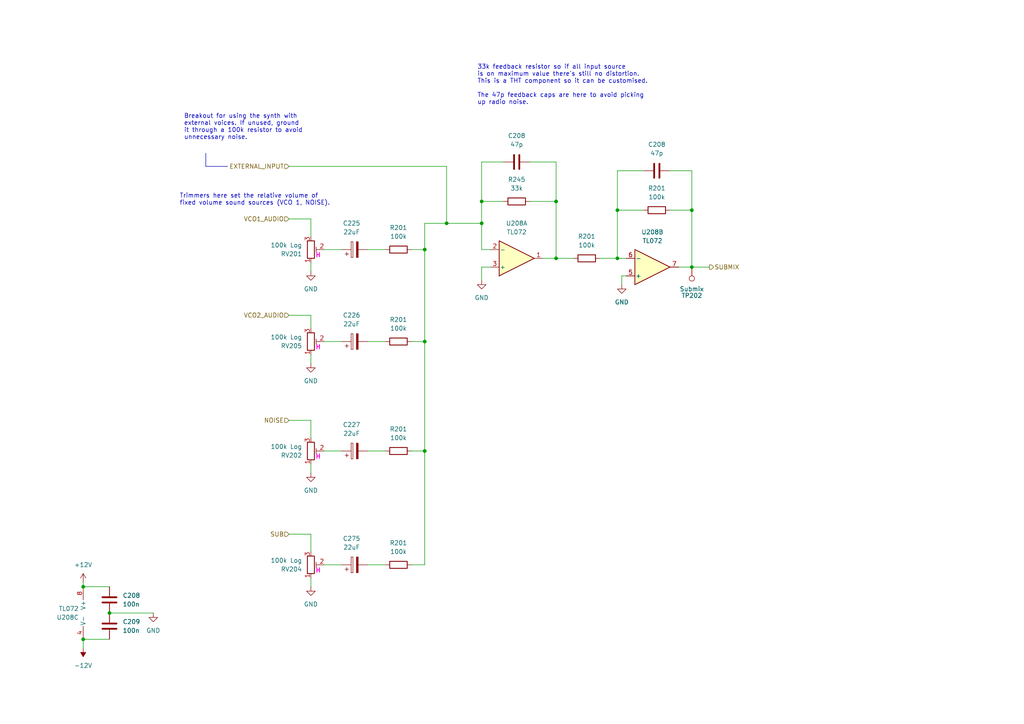
<source format=kicad_sch>
(kicad_sch (version 20231120) (generator "eeschema") (generator_version "8.0")
  (paper "A4")
  (title_block (title "Mixer"))
  (lib_symbols
    (symbol "Amplifier_Operational:TL072" (pin_names (offset 0.127))
      (property "Reference" "U" (at 0 5.08 0))
      (property "Value" "TL072" (at 0 -5.08 0))
      (symbol "TL072_1_1"
        (polyline (pts (xy -5.08 5.08) (xy 5.08 0) (xy -5.08 -5.08) (xy -5.08 5.08)) (stroke (width 0.254)) (fill (type background)))
        (pin output line (at 7.62 0 180) (length 2.54) (name "~") (number "1"))
        (pin input line (at -7.62 -2.54 0) (length 2.54) (name "-") (number "2"))
        (pin input line (at -7.62 2.54 0) (length 2.54) (name "+") (number "3"))
      )
      (symbol "TL072_2_1"
        (polyline (pts (xy -5.08 5.08) (xy 5.08 0) (xy -5.08 -5.08) (xy -5.08 5.08)) (stroke (width 0.254)) (fill (type background)))
        (pin input line (at -7.62 2.54 0) (length 2.54) (name "+") (number "5"))
        (pin input line (at -7.62 -2.54 0) (length 2.54) (name "-") (number "6"))
        (pin output line (at 7.62 0 180) (length 2.54) (name "~") (number "7"))
      )
      (symbol "TL072_3_1"
        (pin power_in line (at -2.54 -7.62 90) (length 3.81) (name "V-") (number "4"))
        (pin power_in line (at -2.54 7.62 270) (length 3.81) (name "V+") (number "8"))
      )
    )
    (symbol "Connector:TestPoint" (pin_numbers hide) (pin_names (offset 0.762) hide)
      (property "Reference" "TP" (at 0 6.858 0))
      (property "Value" "TestPoint" (at 0 5.08 0))
      (symbol "TestPoint_0_1"
        (circle (center 0 3.302) (radius 0.762))
      )
      (symbol "TestPoint_1_1"
        (pin passive line (at 0 0 90) (length 2.54) (name "1") (number "1"))
      )
    )
    (symbol "Device:C" (pin_numbers hide) (pin_names (offset 0.254))
      (property "Reference" "C" (at 0.635 2.54 0))
      (property "Value" "C" (at 0.635 -2.54 0))
      (symbol "C_0_1"
        (polyline (pts (xy -2.032 -0.762) (xy 2.032 -0.762)) (stroke (width 0.508)))
        (polyline (pts (xy -2.032 0.762) (xy 2.032 0.762)) (stroke (width 0.508)))
      )
      (symbol "C_1_1"
        (pin passive line (at 0 3.81 270) (length 2.794) (name "~") (number "1"))
        (pin passive line (at 0 -3.81 90) (length 2.794) (name "~") (number "2"))
      )
    )
    (symbol "Device:C_Polarized" (pin_numbers hide) (pin_names (offset 0.254))
      (property "Reference" "C" (at 0.635 2.54 0))
      (property "Value" "C_Polarized" (at 0.635 -2.54 0))
      (symbol "C_Polarized_0_1"
        (rectangle (start -2.286 0.508) (end 2.286 1.016))
        (polyline (pts (xy -1.778 2.286) (xy -0.762 2.286)))
        (polyline (pts (xy -1.27 2.794) (xy -1.27 1.778)))
        (rectangle (start 2.286 -0.508) (end -2.286 -1.016) (fill (type outline)))
      )
      (symbol "C_Polarized_1_1"
        (pin passive line (at 0 3.81 270) (length 2.794) (name "~") (number "1"))
        (pin passive line (at 0 -3.81 90) (length 2.794) (name "~") (number "2"))
      )
    )
    (symbol "Device:R" (pin_numbers hide) (pin_names (offset 0))
      (property "Reference" "R" (at 2.032 0 90))
      (property "Value" "R" (at 0 0 90))
      (symbol "R_0_1"
        (rectangle (start -1.016 -2.54) (end 1.016 2.54) (stroke (width 0.254)))
      )
      (symbol "R_1_1"
        (pin passive line (at 0 3.81 270) (length 1.27) (name "~") (number "1"))
        (pin passive line (at 0 -3.81 90) (length 1.27) (name "~") (number "2"))
      )
    )
    (symbol "Device:R_Potentiometer_Trim" (pin_names (offset 1.016) hide)
      (property "Reference" "RV" (at -4.445 0 90))
      (property "Value" "R_Potentiometer_Trim" (at -2.54 0 90))
      (symbol "R_Potentiometer_Trim_0_1"
        (polyline (pts (xy 1.524 0.762) (xy 1.524 -0.762)))
        (polyline (pts (xy 2.54 0) (xy 1.524 0)))
        (rectangle (start 1.016 2.54) (end -1.016 -2.54) (stroke (width 0.254)))
      )
      (symbol "R_Potentiometer_Trim_1_1"
        (pin passive line (at 0 3.81 270) (length 1.27) (name "1") (number "1"))
        (pin passive line (at 3.81 0 180) (length 1.27) (name "2") (number "2"))
        (pin passive line (at 0 -3.81 90) (length 1.27) (name "3") (number "3"))
      )
    )
    (symbol "power:+12V" (power) (pin_names (offset 0))
      (property "Value" "+12V" (at 0 3.556 0))
      (symbol "+12V_0_1"
        (polyline (pts (xy -0.762 1.27) (xy 0 2.54)))
        (polyline (pts (xy 0 0) (xy 0 2.54)))
        (polyline (pts (xy 0 2.54) (xy 0.762 1.27)))
      )
      (symbol "+12V_1_1"
        (pin power_in line (at 0 0 90) (length 0) hide (name "+12V") (number "1"))
      )
    )
    (symbol "power:-12V" (power) (pin_names (offset 0))
      (property "Value" "-12V" (at 0 3.81 0))
      (symbol "-12V_0_0"
        (pin power_in line (at 0 0 90) (length 0) hide (name "-12V") (number "1"))
      )
      (symbol "-12V_0_1"
        (polyline (pts (xy 0 0) (xy 0 1.27) (xy 0.762 1.27) (xy 0 2.54) (xy -0.762 1.27) (xy 0 1.27)) (fill (type outline)))
      )
    )
    (symbol "power:GND" (power) (pin_names (offset 0))
      (property "Value" "GND" (at 0 -3.81 0))
      (symbol "GND_0_1"
        (polyline (pts (xy 0 0) (xy 0 -1.27) (xy 1.27 -1.27) (xy 0 -2.54) (xy -1.27 -1.27) (xy 0 -1.27)))
      )
      (symbol "GND_1_1"
        (pin power_in line (at 0 0 270) (length 0) hide (name "GND") (number "1"))
      )
    )
  )
  (junction (at 123.19 72.39))
  (junction (at 179.07 74.93))
  (junction (at 123.19 130.81))
  (junction (at 31.75 177.8))
  (junction (at 129.54 64.77))
  (junction (at 161.29 74.93))
  (junction (at 179.07 60.96))
  (junction (at 200.66 77.47))
  (junction (at 139.7 58.42))
  (junction (at 123.19 99.06))
  (junction (at 24.13 185.42))
  (junction (at 161.29 58.42))
  (junction (at 24.13 170.18))
  (junction (at 139.7 64.77))
  (junction (at 200.66 60.96))
  (wire (pts (xy 194.31 60.96) (xy 200.66 60.96)))
  (wire (pts (xy 90.17 121.92) (xy 90.17 127)))
  (wire (pts (xy 180.34 82.55) (xy 180.34 80.01)))
  (wire (pts (xy 119.38 72.39) (xy 123.19 72.39)))
  (wire (pts (xy 90.17 78.74) (xy 90.17 76.2)))
  (wire (pts (xy 83.82 48.26) (xy 129.54 48.26)))
  (wire (pts (xy 24.13 187.96) (xy 24.13 185.42)))
  (wire (pts (xy 83.82 91.44) (xy 90.17 91.44)))
  (wire (pts (xy 83.82 121.92) (xy 90.17 121.92)))
  (wire (pts (xy 106.68 163.83) (xy 111.76 163.83)))
  (wire (pts (xy 123.19 130.81) (xy 123.19 163.83)))
  (wire (pts (xy 31.75 177.8) (xy 44.45 177.8)))
  (wire (pts (xy 129.54 64.77) (xy 139.7 64.77)))
  (wire (pts (xy 153.67 58.42) (xy 161.29 58.42)))
  (wire (pts (xy 161.29 74.93) (xy 166.37 74.93)))
  (wire (pts (xy 90.17 170.18) (xy 90.17 167.64)))
  (wire (pts (xy 179.07 60.96) (xy 179.07 74.93)))
  (wire (pts (xy 139.7 64.77) (xy 139.7 72.39)))
  (wire (pts (xy 90.17 154.94) (xy 90.17 160.02)))
  (wire (pts (xy 123.19 64.77) (xy 129.54 64.77)))
  (wire (pts (xy 106.68 72.39) (xy 111.76 72.39)))
  (wire (pts (xy 139.7 77.47) (xy 142.24 77.47)))
  (wire (pts (xy 173.99 74.93) (xy 179.07 74.93)))
  (wire (pts (xy 83.82 63.5) (xy 90.17 63.5)))
  (wire (pts (xy 119.38 130.81) (xy 123.19 130.81)))
  (wire (pts (xy 200.66 77.47) (xy 196.85 77.47)))
  (wire (pts (xy 161.29 58.42) (xy 161.29 74.93)))
  (wire (pts (xy 24.13 185.42) (xy 31.75 185.42)))
  (wire (pts (xy 24.13 170.18) (xy 31.75 170.18)))
  (wire (pts (xy 123.19 64.77) (xy 123.19 72.39)))
  (wire (pts (xy 179.07 49.53) (xy 179.07 60.96)))
  (wire (pts (xy 139.7 81.28) (xy 139.7 77.47)))
  (wire (pts (xy 93.98 99.06) (xy 99.06 99.06)))
  (wire (pts (xy 83.82 154.94) (xy 90.17 154.94)))
  (wire (pts (xy 24.13 168.91) (xy 24.13 170.18)))
  (polyline (pts (xy 59.69 48.26) (xy 66.04 48.26)))
  (wire (pts (xy 90.17 105.41) (xy 90.17 102.87)))
  (wire (pts (xy 200.66 77.47) (xy 205.74 77.47)))
  (wire (pts (xy 90.17 91.44) (xy 90.17 95.25)))
  (wire (pts (xy 200.66 49.53) (xy 200.66 60.96)))
  (wire (pts (xy 146.05 46.99) (xy 139.7 46.99)))
  (wire (pts (xy 123.19 130.81) (xy 123.19 99.06)))
  (wire (pts (xy 119.38 99.06) (xy 123.19 99.06)))
  (wire (pts (xy 153.67 46.99) (xy 161.29 46.99)))
  (wire (pts (xy 93.98 130.81) (xy 99.06 130.81)))
  (wire (pts (xy 186.69 60.96) (xy 179.07 60.96)))
  (wire (pts (xy 90.17 137.16) (xy 90.17 134.62)))
  (wire (pts (xy 119.38 163.83) (xy 123.19 163.83)))
  (wire (pts (xy 90.17 63.5) (xy 90.17 68.58)))
  (wire (pts (xy 161.29 46.99) (xy 161.29 58.42)))
  (wire (pts (xy 200.66 60.96) (xy 200.66 77.47)))
  (wire (pts (xy 139.7 58.42) (xy 139.7 64.77)))
  (wire (pts (xy 93.98 163.83) (xy 99.06 163.83)))
  (wire (pts (xy 139.7 72.39) (xy 142.24 72.39)))
  (wire (pts (xy 123.19 99.06) (xy 123.19 72.39)))
  (wire (pts (xy 139.7 46.99) (xy 139.7 58.42)))
  (wire (pts (xy 106.68 99.06) (xy 111.76 99.06)))
  (wire (pts (xy 180.34 80.01) (xy 181.61 80.01)))
  (wire (pts (xy 179.07 74.93) (xy 181.61 74.93)))
  (wire (pts (xy 194.31 49.53) (xy 200.66 49.53)))
  (wire (pts (xy 106.68 130.81) (xy 111.76 130.81)))
  (wire (pts (xy 129.54 48.26) (xy 129.54 64.77)))
  (wire (pts (xy 93.98 72.39) (xy 99.06 72.39)))
  (polyline (pts (xy 59.69 44.45) (xy 59.69 48.26)))
  (wire (pts (xy 146.05 58.42) (xy 139.7 58.42)))
  (wire (pts (xy 186.69 49.53) (xy 179.07 49.53)))
  (wire (pts (xy 161.29 74.93) (xy 157.48 74.93)))
  (text "33k feedback resistor so if all input source\nis on maximum value there's still no distortion.\nThis is a THT component so it can be customised.\n\nThe 47p feedback caps are here to avoid picking\nup radio noise." (at 138.43 30.48 0) (effects (font (size 1.27 1.27)) (justify left bottom)))
  (text "H" (at 91.44 101.6 0) (effects (font (size 1.27 1.27) (thickness 0.254) (bold yes)) (justify left bottom)))
  (text "H" (at 91.44 133.35 0) (effects (font (size 1.27 1.27) (thickness 0.254) (bold yes)) (justify left bottom)))
  (text "Trimmers here set the relative volume of\nfixed volume sound sources (VCO 1, NOISE)." (at 52.07 59.69 0) (effects (font (size 1.27 1.27)) (justify left bottom)))
  (text "H" (at 91.44 74.93 0) (effects (font (size 1.27 1.27) (thickness 0.254) (bold yes)) (justify left bottom)))
  (text "H" (at 91.44 166.37 0) (effects (font (size 1.27 1.27) (thickness 0.254) (bold yes)) (justify left bottom)))
  (text "Breakout for using the synth with \nexternal voices. If unused, ground\nit through a 100k resistor to avoid\nunnecessary noise." (at 53.34 40.64 0) (effects (font (size 1.27 1.27)) (justify left bottom)))
  (hierarchical_label "VCO1_AUDIO" (shape input) (at 83.82 63.5 180))
  (hierarchical_label "VCO2_AUDIO" (shape input) (at 83.82 91.44 180))
  (hierarchical_label "SUB" (shape input) (at 83.82 154.94 180))
  (hierarchical_label "NOISE" (shape input) (at 83.82 121.92 180))
  (hierarchical_label "EXTERNAL_INPUT" (shape input) (at 83.82 48.26 180))
  (hierarchical_label "SUBMIX" (shape output) (at 205.74 77.47 0))
  (symbol (lib_id "Amplifier_Operational:TL072") (at 149.86 74.93 0) (mirror x) (unit 1)
    (property "Reference" "U208" (at 149.86 64.77 0))
    (property "Value" "TL072" (at 149.86 67.31 0))
    (property "Footprint" "Package_SO:SOIC-8_3.9x4.9mm_P1.27mm" (effects (hide yes)))
    (property "Datasheet" "http://www.ti.com/lit/ds/symlink/tl071.pdf" (effects (hide yes)))
    (property "LCSC" "C6961" (effects (hide yes)))
  )
  (symbol (lib_id "power:GND") (at 90.17 105.41 0) (unit 1)
    (property "Reference" "#PWR0401" (effects (hide yes)))
    (property "Value" "GND" (at 90.17 110.49 0))
  )
  (symbol (lib_id "Device:C") (at 149.86 46.99 90) (unit 1)
    (property "Reference" "C208" (at 149.86 39.37 90))
    (property "Value" "47p" (at 149.86 41.91 90))
    (property "Footprint" "Capacitor_SMD:C_0603_1608Metric" (effects (hide yes)))
    (property "LCSC" "C1671" (effects (hide yes)))
    (instances (project "A-psu-voice-proto-4l" (path "" (reference "C208") (unit 1))) (project "core-rev-3" (path "" (reference "C205") (unit 1)) (path "" (reference "C215") (unit 1)) (path "" (reference "C282") (unit 1))) (project "hog-v2-voice-proto" (path "" (reference "C208") (unit 1))))
  )
  (symbol (lib_id "power:GND") (at 90.17 78.74 0) (unit 1)
    (property "Reference" "#PWR0257" (effects (hide yes)))
    (property "Value" "GND" (at 90.17 83.82 0))
  )
  (symbol (lib_id "Device:C_Polarized") (at 102.87 163.83 90) (unit 1) (in_bom no)
    (property "Reference" "C275" (at 101.981 156.21 90))
    (property "Value" "22uF" (at 101.981 158.75 90))
    (property "Footprint" "Capacitor_SMD:CP_Elec_6.3x5.4" (effects (hide yes)))
    (property "LCSC" "C3001241" (effects (hide yes)))
  )
  (symbol (lib_id "Device:R") (at 115.57 163.83 90) (unit 1)
    (property "Reference" "R201" (at 115.57 157.48 90))
    (property "Value" "100k" (at 115.57 160.02 90))
    (property "Footprint" "Resistor_SMD:R_0603_1608Metric" (effects (hide yes)))
    (property "LCSC" "C25803" (effects (hide yes)))
    (instances (project "A-psu-voice-proto-4l" (path "" (reference "R201") (unit 1))) (project "core-rev-3" (path "" (reference "R201") (unit 1)) (path "" (reference "R338") (unit 1))) (project "hog-v2-voice-proto" (path "" (reference "R201") (unit 1))))
  )
  (symbol (lib_id "Device:C_Polarized") (at 102.87 99.06 90) (unit 1) (in_bom no)
    (property "Reference" "C226" (at 101.981 91.44 90))
    (property "Value" "22uF" (at 101.981 93.98 90))
    (property "Footprint" "Capacitor_SMD:CP_Elec_6.3x5.4" (effects (hide yes)))
    (property "LCSC" "C3001241" (effects (hide yes)))
  )
  (symbol (lib_id "power:GND") (at 180.34 82.55 0) (unit 1)
    (property "Reference" "#PWR0260" (effects (hide yes)))
    (property "Value" "GND" (at 180.34 87.63 0))
  )
  (symbol (lib_id "Device:R_Potentiometer_Trim") (at 90.17 163.83 0) (mirror x) (unit 1) (in_bom no)
    (property "Reference" "RV204" (at 87.63 165.1 0) (effects (justify right)))
    (property "Value" "100k Log" (at 87.63 162.56 0) (effects (justify right)))
    (property "Footprint" "Potentiometer_THT:Potentiometer_ACP_CA6-H2,5_Horizontal" (effects (hide yes)))
  )
  (symbol (lib_id "Device:R_Potentiometer_Trim") (at 90.17 130.81 0) (mirror x) (unit 1) (in_bom no)
    (property "Reference" "RV202" (at 87.63 132.08 0) (effects (justify right)))
    (property "Value" "100k Log" (at 87.63 129.54 0) (effects (justify right)))
    (property "Footprint" "Potentiometer_THT:Potentiometer_ACP_CA6-H2,5_Horizontal" (effects (hide yes)))
  )
  (symbol (lib_id "Device:R") (at 115.57 130.81 90) (unit 1)
    (property "Reference" "R201" (at 115.57 124.46 90))
    (property "Value" "100k" (at 115.57 127 90))
    (property "Footprint" "Resistor_SMD:R_0603_1608Metric" (effects (hide yes)))
    (property "LCSC" "C25803" (effects (hide yes)))
    (instances (project "A-psu-voice-proto-4l" (path "" (reference "R201") (unit 1))) (project "core-rev-3" (path "" (reference "R201") (unit 1)) (path "" (reference "R244") (unit 1))) (project "hog-v2-voice-proto" (path "" (reference "R201") (unit 1))))
  )
  (symbol (lib_id "power:GND") (at 90.17 170.18 0) (unit 1)
    (property "Reference" "#PWR0325" (effects (hide yes)))
    (property "Value" "GND" (at 90.17 175.26 0))
  )
  (symbol (lib_id "Device:R") (at 149.86 58.42 90) (unit 1)
    (property "Reference" "R245" (at 149.86 52.07 90))
    (property "Value" "33k" (at 149.86 54.61 90))
    (property "Footprint" "Resistor_SMD:R_0603_1608Metric" (effects (hide yes)))
    (property "LCSC" "C4216" (effects (hide yes)))
  )
  (symbol (lib_id "Device:R") (at 190.5 60.96 90) (unit 1)
    (property "Reference" "R201" (at 190.5 54.61 90))
    (property "Value" "100k" (at 190.5 57.15 90))
    (property "Footprint" "Resistor_SMD:R_0603_1608Metric" (effects (hide yes)))
    (property "LCSC" "C25803" (effects (hide yes)))
    (instances (project "A-psu-voice-proto-4l" (path "" (reference "R201") (unit 1))) (project "core-rev-3" (path "" (reference "R201") (unit 1)) (path "" (reference "R247") (unit 1))) (project "hog-v2-voice-proto" (path "" (reference "R201") (unit 1))))
  )
  (symbol (lib_id "Connector:TestPoint") (at 200.66 77.47 180) (unit 1) (in_bom no)
    (property "Reference" "TP202" (at 200.66 85.725 0))
    (property "Value" "Submix" (at 200.66 83.82 0))
    (property "Footprint" "TestPoint:TestPoint_THTPad_2.0x2.0mm_Drill1.0mm" (effects (hide yes)))
    (instances (project "core-rev-3" (path "" (reference "TP202") (unit 1)) (path "" (reference "TP209") (unit 1)) (path "" (reference "TP210") (unit 1)) (path "" (reference "TP206") (unit 1)) (path "" (reference "TP224") (unit 1))))
  )
  (symbol (lib_id "power:GND") (at 44.45 177.8 0) (unit 1)
    (property "Reference" "#PWR0256" (effects (hide yes)))
    (property "Value" "GND" (at 44.45 182.88 0))
  )
  (symbol (lib_id "power:GND") (at 90.17 137.16 0) (unit 1)
    (property "Reference" "#PWR0258" (effects (hide yes)))
    (property "Value" "GND" (at 90.17 142.24 0))
  )
  (symbol (lib_id "power:GND") (at 139.7 81.28 0) (unit 1)
    (property "Reference" "#PWR0259" (effects (hide yes)))
    (property "Value" "GND" (at 139.7 86.36 0))
  )
  (symbol (lib_id "Device:R") (at 170.18 74.93 90) (unit 1)
    (property "Reference" "R201" (at 170.18 68.58 90))
    (property "Value" "100k" (at 170.18 71.12 90))
    (property "Footprint" "Resistor_SMD:R_0603_1608Metric" (effects (hide yes)))
    (property "LCSC" "C25803" (effects (hide yes)))
    (instances (project "A-psu-voice-proto-4l" (path "" (reference "R201") (unit 1))) (project "core-rev-3" (path "" (reference "R201") (unit 1)) (path "" (reference "R246") (unit 1))) (project "hog-v2-voice-proto" (path "" (reference "R201") (unit 1))))
  )
  (symbol (lib_id "Device:C") (at 190.5 49.53 90) (unit 1)
    (property "Reference" "C208" (at 190.5 41.91 90))
    (property "Value" "47p" (at 190.5 44.45 90))
    (property "Footprint" "Capacitor_SMD:C_0603_1608Metric" (effects (hide yes)))
    (property "LCSC" "C1671" (effects (hide yes)))
    (instances (project "A-psu-voice-proto-4l" (path "" (reference "C208") (unit 1))) (project "core-rev-3" (path "" (reference "C205") (unit 1)) (path "" (reference "C215") (unit 1)) (path "" (reference "C283") (unit 1))) (project "hog-v2-voice-proto" (path "" (reference "C208") (unit 1))))
  )
  (symbol (lib_id "Device:C") (at 31.75 173.99 0) (unit 1)
    (property "Reference" "C208" (at 35.56 172.72 0) (effects (justify left)))
    (property "Value" "100n" (at 35.56 175.26 0) (effects (justify left)))
    (property "Footprint" "Capacitor_SMD:C_0603_1608Metric" (effects (hide yes)))
    (property "LCSC" "C14663" (effects (hide yes)))
    (instances (project "A-psu-voice-proto-4l" (path "" (reference "C208") (unit 1))) (project "core-rev-3" (path "" (reference "C205") (unit 1)) (path "" (reference "C215") (unit 1)) (path "" (reference "C223") (unit 1))) (project "hog-v2-voice-proto" (path "" (reference "C208") (unit 1))))
  )
  (symbol (lib_id "Amplifier_Operational:TL072") (at 189.23 77.47 0) (mirror x) (unit 2)
    (property "Reference" "U208" (at 189.23 67.31 0))
    (property "Value" "TL072" (at 189.23 69.85 0))
    (property "Footprint" "Package_SO:SOIC-8_3.9x4.9mm_P1.27mm" (effects (hide yes)))
    (property "Datasheet" "http://www.ti.com/lit/ds/symlink/tl071.pdf" (effects (hide yes)))
    (property "LCSC" "C6961" (effects (hide yes)))
  )
  (symbol (lib_id "Device:R") (at 115.57 72.39 90) (unit 1)
    (property "Reference" "R201" (at 115.57 66.04 90))
    (property "Value" "100k" (at 115.57 68.58 90))
    (property "Footprint" "Resistor_SMD:R_0603_1608Metric" (effects (hide yes)))
    (property "LCSC" "C25803" (effects (hide yes)))
    (instances (project "A-psu-voice-proto-4l" (path "" (reference "R201") (unit 1))) (project "core-rev-3" (path "" (reference "R201") (unit 1)) (path "" (reference "R242") (unit 1))) (project "hog-v2-voice-proto" (path "" (reference "R201") (unit 1))))
  )
  (symbol (lib_id "Device:R_Potentiometer_Trim") (at 90.17 72.39 0) (mirror x) (unit 1) (in_bom no)
    (property "Reference" "RV201" (at 87.63 73.66 0) (effects (justify right)))
    (property "Value" "100k Log" (at 87.63 71.12 0) (effects (justify right)))
    (property "Footprint" "Potentiometer_THT:Potentiometer_ACP_CA6-H2,5_Horizontal" (effects (hide yes)))
  )
  (symbol (lib_id "power:-12V") (at 24.13 187.96 180) (unit 1)
    (property "Reference" "#PWR0255" (effects (hide yes)))
    (property "Value" "-12V" (at 24.13 193.04 0))
  )
  (symbol (lib_id "power:+12V") (at 24.13 168.91 0) (unit 1)
    (property "Reference" "#PWR0254" (effects (hide yes)))
    (property "Value" "+12V" (at 24.13 163.83 0))
  )
  (symbol (lib_id "Device:R_Potentiometer_Trim") (at 90.17 99.06 0) (mirror x) (unit 1) (in_bom no)
    (property "Reference" "RV205" (at 87.63 100.33 0) (effects (justify right)))
    (property "Value" "100k Log" (at 87.63 97.79 0) (effects (justify right)))
    (property "Footprint" "Potentiometer_THT:Potentiometer_ACP_CA6-H2,5_Horizontal" (effects (hide yes)))
  )
  (symbol (lib_id "Device:C") (at 31.75 181.61 0) (unit 1)
    (property "Reference" "C209" (at 35.56 180.34 0) (effects (justify left)))
    (property "Value" "100n" (at 35.56 182.88 0) (effects (justify left)))
    (property "Footprint" "Capacitor_SMD:C_0603_1608Metric" (effects (hide yes)))
    (property "LCSC" "C14663" (effects (hide yes)))
    (instances (project "A-psu-voice-proto-4l" (path "" (reference "C209") (unit 1))) (project "core-rev-3" (path "" (reference "C206") (unit 1)) (path "" (reference "C216") (unit 1)) (path "" (reference "C224") (unit 1))) (project "hog-v2-voice-proto" (path "" (reference "C209") (unit 1))))
  )
  (symbol (lib_id "Device:C_Polarized") (at 102.87 72.39 90) (unit 1) (in_bom no)
    (property "Reference" "C225" (at 101.981 64.77 90))
    (property "Value" "22uF" (at 101.981 67.31 90))
    (property "Footprint" "Capacitor_SMD:CP_Elec_6.3x5.4" (effects (hide yes)))
    (property "LCSC" "C3001241" (effects (hide yes)))
  )
  (symbol (lib_id "Amplifier_Operational:TL072") (at 26.67 177.8 0) (unit 3)
    (property "Reference" "U208" (at 22.86 179.07 0) (effects (justify right)))
    (property "Value" "TL072" (at 22.86 176.53 0) (effects (justify right)))
    (property "Footprint" "Package_SO:SOIC-8_3.9x4.9mm_P1.27mm" (effects (hide yes)))
    (property "Datasheet" "http://www.ti.com/lit/ds/symlink/tl071.pdf" (effects (hide yes)))
    (property "LCSC" "C6961" (effects (hide yes)))
  )
  (symbol (lib_id "Device:R") (at 115.57 99.06 90) (unit 1)
    (property "Reference" "R201" (at 115.57 92.71 90))
    (property "Value" "100k" (at 115.57 95.25 90))
    (property "Footprint" "Resistor_SMD:R_0603_1608Metric" (effects (hide yes)))
    (property "LCSC" "C25803" (effects (hide yes)))
    (instances (project "A-psu-voice-proto-4l" (path "" (reference "R201") (unit 1))) (project "core-rev-3" (path "" (reference "R201") (unit 1)) (path "" (reference "R243") (unit 1))) (project "hog-v2-voice-proto" (path "" (reference "R201") (unit 1))))
  )
  (symbol (lib_id "Device:C_Polarized") (at 102.87 130.81 90) (unit 1) (in_bom no)
    (property "Reference" "C227" (at 101.981 123.19 90))
    (property "Value" "22uF" (at 101.981 125.73 90))
    (property "Footprint" "Capacitor_SMD:CP_Elec_6.3x5.4" (effects (hide yes)))
    (property "LCSC" "C3001241" (effects (hide yes)))
  )
)
</source>
